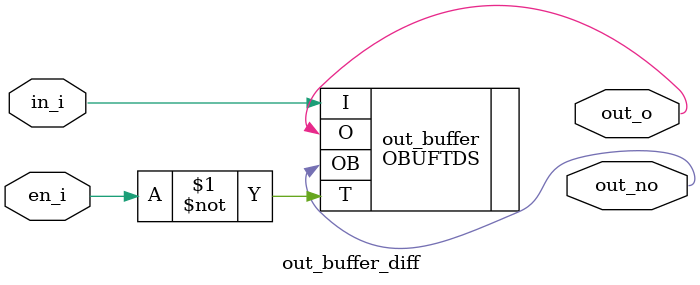
<source format=sv>
`timescale 1ns / 1ps

module out_buffer_diff
(
    input  logic in_i,
    input  logic en_i, //high enable
    output logic out_o,
    output logic out_no
);


    
    OBUFTDS out_buffer
    (
        .I  ( in_i   ),
        .T  ( ~en_i  ),
        .O  ( out_o  ),
        .OB ( out_no )
    );
    
endmodule

</source>
